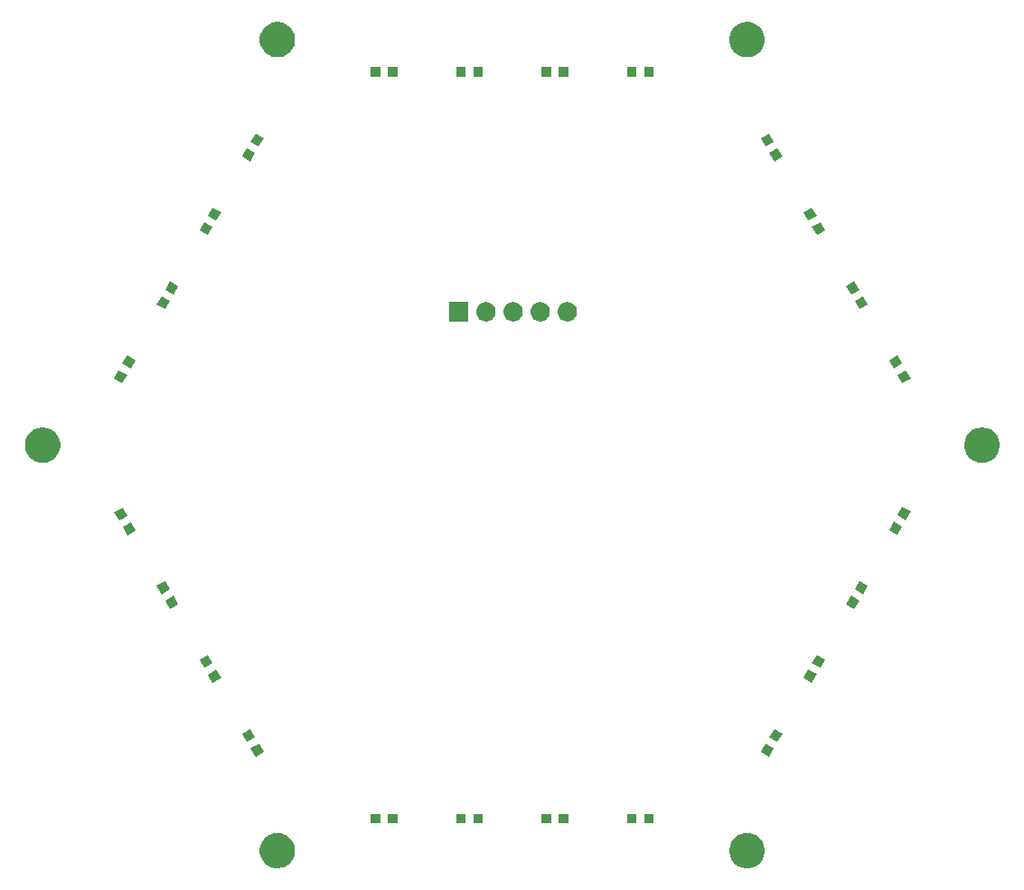
<source format=gts>
G04 #@! TF.GenerationSoftware,KiCad,Pcbnew,(5.0.2)-1*
G04 #@! TF.CreationDate,2020-09-09T23:39:05+09:00*
G04 #@! TF.ProjectId,Tile,54696c65-2e6b-4696-9361-645f70636258,rev?*
G04 #@! TF.SameCoordinates,Original*
G04 #@! TF.FileFunction,Soldermask,Top*
G04 #@! TF.FilePolarity,Negative*
%FSLAX46Y46*%
G04 Gerber Fmt 4.6, Leading zero omitted, Abs format (unit mm)*
G04 Created by KiCad (PCBNEW (5.0.2)-1) date 2020/09/09 23:39:05*
%MOMM*%
%LPD*%
G01*
G04 APERTURE LIST*
%ADD10C,0.100000*%
G04 APERTURE END LIST*
D10*
G36*
X152375256Y-141391298D02*
X152481579Y-141412447D01*
X152782042Y-141536903D01*
X153048852Y-141715180D01*
X153052454Y-141717587D01*
X153282413Y-141947546D01*
X153463098Y-142217960D01*
X153587553Y-142518422D01*
X153651000Y-142837389D01*
X153651000Y-143162611D01*
X153587553Y-143481578D01*
X153463098Y-143782040D01*
X153282413Y-144052454D01*
X153052454Y-144282413D01*
X153052451Y-144282415D01*
X152782042Y-144463097D01*
X152481579Y-144587553D01*
X152375256Y-144608702D01*
X152162611Y-144651000D01*
X151837389Y-144651000D01*
X151624744Y-144608702D01*
X151518421Y-144587553D01*
X151217958Y-144463097D01*
X150947549Y-144282415D01*
X150947546Y-144282413D01*
X150717587Y-144052454D01*
X150536902Y-143782040D01*
X150412447Y-143481578D01*
X150349000Y-143162611D01*
X150349000Y-142837389D01*
X150412447Y-142518422D01*
X150536902Y-142217960D01*
X150717587Y-141947546D01*
X150947546Y-141717587D01*
X150951148Y-141715180D01*
X151217958Y-141536903D01*
X151518421Y-141412447D01*
X151624744Y-141391298D01*
X151837389Y-141349000D01*
X152162611Y-141349000D01*
X152375256Y-141391298D01*
X152375256Y-141391298D01*
G37*
G36*
X108375256Y-141391298D02*
X108481579Y-141412447D01*
X108782042Y-141536903D01*
X109048852Y-141715180D01*
X109052454Y-141717587D01*
X109282413Y-141947546D01*
X109463098Y-142217960D01*
X109587553Y-142518422D01*
X109651000Y-142837389D01*
X109651000Y-143162611D01*
X109587553Y-143481578D01*
X109463098Y-143782040D01*
X109282413Y-144052454D01*
X109052454Y-144282413D01*
X109052451Y-144282415D01*
X108782042Y-144463097D01*
X108481579Y-144587553D01*
X108375256Y-144608702D01*
X108162611Y-144651000D01*
X107837389Y-144651000D01*
X107624744Y-144608702D01*
X107518421Y-144587553D01*
X107217958Y-144463097D01*
X106947549Y-144282415D01*
X106947546Y-144282413D01*
X106717587Y-144052454D01*
X106536902Y-143782040D01*
X106412447Y-143481578D01*
X106349000Y-143162611D01*
X106349000Y-142837389D01*
X106412447Y-142518422D01*
X106536902Y-142217960D01*
X106717587Y-141947546D01*
X106947546Y-141717587D01*
X106951148Y-141715180D01*
X107217958Y-141536903D01*
X107518421Y-141412447D01*
X107624744Y-141391298D01*
X107837389Y-141349000D01*
X108162611Y-141349000D01*
X108375256Y-141391298D01*
X108375256Y-141391298D01*
G37*
G36*
X143251000Y-140451000D02*
X142349000Y-140451000D01*
X142349000Y-139549000D01*
X143251000Y-139549000D01*
X143251000Y-140451000D01*
X143251000Y-140451000D01*
G37*
G36*
X141651000Y-140451000D02*
X140749000Y-140451000D01*
X140749000Y-139549000D01*
X141651000Y-139549000D01*
X141651000Y-140451000D01*
X141651000Y-140451000D01*
G37*
G36*
X125651000Y-140451000D02*
X124749000Y-140451000D01*
X124749000Y-139549000D01*
X125651000Y-139549000D01*
X125651000Y-140451000D01*
X125651000Y-140451000D01*
G37*
G36*
X127251000Y-140451000D02*
X126349000Y-140451000D01*
X126349000Y-139549000D01*
X127251000Y-139549000D01*
X127251000Y-140451000D01*
X127251000Y-140451000D01*
G37*
G36*
X133651000Y-140451000D02*
X132749000Y-140451000D01*
X132749000Y-139549000D01*
X133651000Y-139549000D01*
X133651000Y-140451000D01*
X133651000Y-140451000D01*
G37*
G36*
X119251000Y-140451000D02*
X118349000Y-140451000D01*
X118349000Y-139549000D01*
X119251000Y-139549000D01*
X119251000Y-140451000D01*
X119251000Y-140451000D01*
G37*
G36*
X117651000Y-140451000D02*
X116749000Y-140451000D01*
X116749000Y-139549000D01*
X117651000Y-139549000D01*
X117651000Y-140451000D01*
X117651000Y-140451000D01*
G37*
G36*
X135251000Y-140451000D02*
X134349000Y-140451000D01*
X134349000Y-139549000D01*
X135251000Y-139549000D01*
X135251000Y-140451000D01*
X135251000Y-140451000D01*
G37*
G36*
X106728578Y-133753552D02*
X105947422Y-134204552D01*
X105496422Y-133423396D01*
X106277578Y-132972396D01*
X106728578Y-133753552D01*
X106728578Y-133753552D01*
G37*
G36*
X154516078Y-133420047D02*
X154065078Y-134201203D01*
X153283922Y-133750203D01*
X153734922Y-132969047D01*
X154516078Y-133420047D01*
X154516078Y-133420047D01*
G37*
G36*
X105928578Y-132367912D02*
X105147422Y-132818912D01*
X104696422Y-132037756D01*
X105477578Y-131586756D01*
X105928578Y-132367912D01*
X105928578Y-132367912D01*
G37*
G36*
X155316078Y-132034407D02*
X154865078Y-132815563D01*
X154083922Y-132364563D01*
X154534922Y-131583407D01*
X155316078Y-132034407D01*
X155316078Y-132034407D01*
G37*
G36*
X102728578Y-126825349D02*
X101947422Y-127276349D01*
X101496422Y-126495193D01*
X102277578Y-126044193D01*
X102728578Y-126825349D01*
X102728578Y-126825349D01*
G37*
G36*
X158516078Y-126491844D02*
X158065078Y-127273000D01*
X157283922Y-126822000D01*
X157734922Y-126040844D01*
X158516078Y-126491844D01*
X158516078Y-126491844D01*
G37*
G36*
X101928578Y-125439709D02*
X101147422Y-125890709D01*
X100696422Y-125109553D01*
X101477578Y-124658553D01*
X101928578Y-125439709D01*
X101928578Y-125439709D01*
G37*
G36*
X159316078Y-125106204D02*
X158865078Y-125887360D01*
X158083922Y-125436360D01*
X158534922Y-124655204D01*
X159316078Y-125106204D01*
X159316078Y-125106204D01*
G37*
G36*
X98728578Y-119897146D02*
X97947422Y-120348146D01*
X97496422Y-119566990D01*
X98277578Y-119115990D01*
X98728578Y-119897146D01*
X98728578Y-119897146D01*
G37*
G36*
X162516078Y-119563640D02*
X162065078Y-120344796D01*
X161283922Y-119893796D01*
X161734922Y-119112640D01*
X162516078Y-119563640D01*
X162516078Y-119563640D01*
G37*
G36*
X97928578Y-118511506D02*
X97147422Y-118962506D01*
X96696422Y-118181350D01*
X97477578Y-117730350D01*
X97928578Y-118511506D01*
X97928578Y-118511506D01*
G37*
G36*
X163316078Y-118178000D02*
X162865078Y-118959156D01*
X162083922Y-118508156D01*
X162534922Y-117727000D01*
X163316078Y-118178000D01*
X163316078Y-118178000D01*
G37*
G36*
X94753578Y-113012244D02*
X93972422Y-113463244D01*
X93521422Y-112682088D01*
X94302578Y-112231088D01*
X94753578Y-113012244D01*
X94753578Y-113012244D01*
G37*
G36*
X166516078Y-112635437D02*
X166065078Y-113416593D01*
X165283922Y-112965593D01*
X165734922Y-112184437D01*
X166516078Y-112635437D01*
X166516078Y-112635437D01*
G37*
G36*
X93953578Y-111626604D02*
X93172422Y-112077604D01*
X92721422Y-111296448D01*
X93502578Y-110845448D01*
X93953578Y-111626604D01*
X93953578Y-111626604D01*
G37*
G36*
X167316078Y-111249797D02*
X166865078Y-112030953D01*
X166083922Y-111579953D01*
X166534922Y-110798797D01*
X167316078Y-111249797D01*
X167316078Y-111249797D01*
G37*
G36*
X174375256Y-103391298D02*
X174481579Y-103412447D01*
X174782042Y-103536903D01*
X175048852Y-103715180D01*
X175052454Y-103717587D01*
X175282413Y-103947546D01*
X175463098Y-104217960D01*
X175587553Y-104518422D01*
X175651000Y-104837389D01*
X175651000Y-105162611D01*
X175587553Y-105481578D01*
X175463098Y-105782040D01*
X175282413Y-106052454D01*
X175052454Y-106282413D01*
X175052451Y-106282415D01*
X174782042Y-106463097D01*
X174481579Y-106587553D01*
X174375256Y-106608702D01*
X174162611Y-106651000D01*
X173837389Y-106651000D01*
X173624744Y-106608702D01*
X173518421Y-106587553D01*
X173217958Y-106463097D01*
X172947549Y-106282415D01*
X172947546Y-106282413D01*
X172717587Y-106052454D01*
X172536902Y-105782040D01*
X172412447Y-105481578D01*
X172349000Y-105162611D01*
X172349000Y-104837389D01*
X172412447Y-104518422D01*
X172536902Y-104217960D01*
X172717587Y-103947546D01*
X172947546Y-103717587D01*
X172951148Y-103715180D01*
X173217958Y-103536903D01*
X173518421Y-103412447D01*
X173624744Y-103391298D01*
X173837389Y-103349000D01*
X174162611Y-103349000D01*
X174375256Y-103391298D01*
X174375256Y-103391298D01*
G37*
G36*
X86375256Y-103391298D02*
X86481579Y-103412447D01*
X86782042Y-103536903D01*
X87048852Y-103715180D01*
X87052454Y-103717587D01*
X87282413Y-103947546D01*
X87463098Y-104217960D01*
X87587553Y-104518422D01*
X87651000Y-104837389D01*
X87651000Y-105162611D01*
X87587553Y-105481578D01*
X87463098Y-105782040D01*
X87282413Y-106052454D01*
X87052454Y-106282413D01*
X87052451Y-106282415D01*
X86782042Y-106463097D01*
X86481579Y-106587553D01*
X86375256Y-106608702D01*
X86162611Y-106651000D01*
X85837389Y-106651000D01*
X85624744Y-106608702D01*
X85518421Y-106587553D01*
X85217958Y-106463097D01*
X84947549Y-106282415D01*
X84947546Y-106282413D01*
X84717587Y-106052454D01*
X84536902Y-105782040D01*
X84412447Y-105481578D01*
X84349000Y-105162611D01*
X84349000Y-104837389D01*
X84412447Y-104518422D01*
X84536902Y-104217960D01*
X84717587Y-103947546D01*
X84947546Y-103717587D01*
X84951148Y-103715180D01*
X85217958Y-103536903D01*
X85518421Y-103412447D01*
X85624744Y-103391298D01*
X85837389Y-103349000D01*
X86162611Y-103349000D01*
X86375256Y-103391298D01*
X86375256Y-103391298D01*
G37*
G36*
X167316078Y-98750203D02*
X166534922Y-99201203D01*
X166083922Y-98420047D01*
X166865078Y-97969047D01*
X167316078Y-98750203D01*
X167316078Y-98750203D01*
G37*
G36*
X93916078Y-98420047D02*
X93465078Y-99201203D01*
X92683922Y-98750203D01*
X93134922Y-97969047D01*
X93916078Y-98420047D01*
X93916078Y-98420047D01*
G37*
G36*
X94716078Y-97034407D02*
X94265078Y-97815563D01*
X93483922Y-97364563D01*
X93934922Y-96583407D01*
X94716078Y-97034407D01*
X94716078Y-97034407D01*
G37*
G36*
X166516078Y-97364563D02*
X165734922Y-97815563D01*
X165283922Y-97034407D01*
X166065078Y-96583407D01*
X166516078Y-97364563D01*
X166516078Y-97364563D01*
G37*
G36*
X125901000Y-93401000D02*
X124099000Y-93401000D01*
X124099000Y-91599000D01*
X125901000Y-91599000D01*
X125901000Y-93401000D01*
X125901000Y-93401000D01*
G37*
G36*
X127650442Y-91605518D02*
X127716627Y-91612037D01*
X127829853Y-91646384D01*
X127886467Y-91663557D01*
X128025087Y-91737652D01*
X128042991Y-91747222D01*
X128078729Y-91776552D01*
X128180186Y-91859814D01*
X128263448Y-91961271D01*
X128292778Y-91997009D01*
X128292779Y-91997011D01*
X128376443Y-92153533D01*
X128376443Y-92153534D01*
X128427963Y-92323373D01*
X128445359Y-92500000D01*
X128427963Y-92676627D01*
X128393616Y-92789853D01*
X128376443Y-92846467D01*
X128302348Y-92985087D01*
X128292778Y-93002991D01*
X128263448Y-93038729D01*
X128180186Y-93140186D01*
X128078729Y-93223448D01*
X128042991Y-93252778D01*
X128042989Y-93252779D01*
X127886467Y-93336443D01*
X127829853Y-93353616D01*
X127716627Y-93387963D01*
X127650443Y-93394481D01*
X127584260Y-93401000D01*
X127495740Y-93401000D01*
X127429558Y-93394482D01*
X127363373Y-93387963D01*
X127250147Y-93353616D01*
X127193533Y-93336443D01*
X127037011Y-93252779D01*
X127037009Y-93252778D01*
X127001271Y-93223448D01*
X126899814Y-93140186D01*
X126816552Y-93038729D01*
X126787222Y-93002991D01*
X126777652Y-92985087D01*
X126703557Y-92846467D01*
X126686384Y-92789853D01*
X126652037Y-92676627D01*
X126634641Y-92500000D01*
X126652037Y-92323373D01*
X126703557Y-92153534D01*
X126703557Y-92153533D01*
X126787221Y-91997011D01*
X126787222Y-91997009D01*
X126816552Y-91961271D01*
X126899814Y-91859814D01*
X127001271Y-91776552D01*
X127037009Y-91747222D01*
X127054913Y-91737652D01*
X127193533Y-91663557D01*
X127250147Y-91646384D01*
X127363373Y-91612037D01*
X127429558Y-91605518D01*
X127495740Y-91599000D01*
X127584260Y-91599000D01*
X127650442Y-91605518D01*
X127650442Y-91605518D01*
G37*
G36*
X135270442Y-91605518D02*
X135336627Y-91612037D01*
X135449853Y-91646384D01*
X135506467Y-91663557D01*
X135645087Y-91737652D01*
X135662991Y-91747222D01*
X135698729Y-91776552D01*
X135800186Y-91859814D01*
X135883448Y-91961271D01*
X135912778Y-91997009D01*
X135912779Y-91997011D01*
X135996443Y-92153533D01*
X135996443Y-92153534D01*
X136047963Y-92323373D01*
X136065359Y-92500000D01*
X136047963Y-92676627D01*
X136013616Y-92789853D01*
X135996443Y-92846467D01*
X135922348Y-92985087D01*
X135912778Y-93002991D01*
X135883448Y-93038729D01*
X135800186Y-93140186D01*
X135698729Y-93223448D01*
X135662991Y-93252778D01*
X135662989Y-93252779D01*
X135506467Y-93336443D01*
X135449853Y-93353616D01*
X135336627Y-93387963D01*
X135270443Y-93394481D01*
X135204260Y-93401000D01*
X135115740Y-93401000D01*
X135049558Y-93394482D01*
X134983373Y-93387963D01*
X134870147Y-93353616D01*
X134813533Y-93336443D01*
X134657011Y-93252779D01*
X134657009Y-93252778D01*
X134621271Y-93223448D01*
X134519814Y-93140186D01*
X134436552Y-93038729D01*
X134407222Y-93002991D01*
X134397652Y-92985087D01*
X134323557Y-92846467D01*
X134306384Y-92789853D01*
X134272037Y-92676627D01*
X134254641Y-92500000D01*
X134272037Y-92323373D01*
X134323557Y-92153534D01*
X134323557Y-92153533D01*
X134407221Y-91997011D01*
X134407222Y-91997009D01*
X134436552Y-91961271D01*
X134519814Y-91859814D01*
X134621271Y-91776552D01*
X134657009Y-91747222D01*
X134674913Y-91737652D01*
X134813533Y-91663557D01*
X134870147Y-91646384D01*
X134983373Y-91612037D01*
X135049558Y-91605518D01*
X135115740Y-91599000D01*
X135204260Y-91599000D01*
X135270442Y-91605518D01*
X135270442Y-91605518D01*
G37*
G36*
X130190442Y-91605518D02*
X130256627Y-91612037D01*
X130369853Y-91646384D01*
X130426467Y-91663557D01*
X130565087Y-91737652D01*
X130582991Y-91747222D01*
X130618729Y-91776552D01*
X130720186Y-91859814D01*
X130803448Y-91961271D01*
X130832778Y-91997009D01*
X130832779Y-91997011D01*
X130916443Y-92153533D01*
X130916443Y-92153534D01*
X130967963Y-92323373D01*
X130985359Y-92500000D01*
X130967963Y-92676627D01*
X130933616Y-92789853D01*
X130916443Y-92846467D01*
X130842348Y-92985087D01*
X130832778Y-93002991D01*
X130803448Y-93038729D01*
X130720186Y-93140186D01*
X130618729Y-93223448D01*
X130582991Y-93252778D01*
X130582989Y-93252779D01*
X130426467Y-93336443D01*
X130369853Y-93353616D01*
X130256627Y-93387963D01*
X130190443Y-93394481D01*
X130124260Y-93401000D01*
X130035740Y-93401000D01*
X129969558Y-93394482D01*
X129903373Y-93387963D01*
X129790147Y-93353616D01*
X129733533Y-93336443D01*
X129577011Y-93252779D01*
X129577009Y-93252778D01*
X129541271Y-93223448D01*
X129439814Y-93140186D01*
X129356552Y-93038729D01*
X129327222Y-93002991D01*
X129317652Y-92985087D01*
X129243557Y-92846467D01*
X129226384Y-92789853D01*
X129192037Y-92676627D01*
X129174641Y-92500000D01*
X129192037Y-92323373D01*
X129243557Y-92153534D01*
X129243557Y-92153533D01*
X129327221Y-91997011D01*
X129327222Y-91997009D01*
X129356552Y-91961271D01*
X129439814Y-91859814D01*
X129541271Y-91776552D01*
X129577009Y-91747222D01*
X129594913Y-91737652D01*
X129733533Y-91663557D01*
X129790147Y-91646384D01*
X129903373Y-91612037D01*
X129969558Y-91605518D01*
X130035740Y-91599000D01*
X130124260Y-91599000D01*
X130190442Y-91605518D01*
X130190442Y-91605518D01*
G37*
G36*
X132730442Y-91605518D02*
X132796627Y-91612037D01*
X132909853Y-91646384D01*
X132966467Y-91663557D01*
X133105087Y-91737652D01*
X133122991Y-91747222D01*
X133158729Y-91776552D01*
X133260186Y-91859814D01*
X133343448Y-91961271D01*
X133372778Y-91997009D01*
X133372779Y-91997011D01*
X133456443Y-92153533D01*
X133456443Y-92153534D01*
X133507963Y-92323373D01*
X133525359Y-92500000D01*
X133507963Y-92676627D01*
X133473616Y-92789853D01*
X133456443Y-92846467D01*
X133382348Y-92985087D01*
X133372778Y-93002991D01*
X133343448Y-93038729D01*
X133260186Y-93140186D01*
X133158729Y-93223448D01*
X133122991Y-93252778D01*
X133122989Y-93252779D01*
X132966467Y-93336443D01*
X132909853Y-93353616D01*
X132796627Y-93387963D01*
X132730443Y-93394481D01*
X132664260Y-93401000D01*
X132575740Y-93401000D01*
X132509558Y-93394482D01*
X132443373Y-93387963D01*
X132330147Y-93353616D01*
X132273533Y-93336443D01*
X132117011Y-93252779D01*
X132117009Y-93252778D01*
X132081271Y-93223448D01*
X131979814Y-93140186D01*
X131896552Y-93038729D01*
X131867222Y-93002991D01*
X131857652Y-92985087D01*
X131783557Y-92846467D01*
X131766384Y-92789853D01*
X131732037Y-92676627D01*
X131714641Y-92500000D01*
X131732037Y-92323373D01*
X131783557Y-92153534D01*
X131783557Y-92153533D01*
X131867221Y-91997011D01*
X131867222Y-91997009D01*
X131896552Y-91961271D01*
X131979814Y-91859814D01*
X132081271Y-91776552D01*
X132117009Y-91747222D01*
X132134913Y-91737652D01*
X132273533Y-91663557D01*
X132330147Y-91646384D01*
X132443373Y-91612037D01*
X132509558Y-91605518D01*
X132575740Y-91599000D01*
X132664260Y-91599000D01*
X132730442Y-91605518D01*
X132730442Y-91605518D01*
G37*
G36*
X97916078Y-91491844D02*
X97465078Y-92273000D01*
X96683922Y-91822000D01*
X97134922Y-91040844D01*
X97916078Y-91491844D01*
X97916078Y-91491844D01*
G37*
G36*
X163316078Y-91822000D02*
X162534922Y-92273000D01*
X162083922Y-91491844D01*
X162865078Y-91040844D01*
X163316078Y-91822000D01*
X163316078Y-91822000D01*
G37*
G36*
X162516078Y-90436360D02*
X161734922Y-90887360D01*
X161283922Y-90106204D01*
X162065078Y-89655204D01*
X162516078Y-90436360D01*
X162516078Y-90436360D01*
G37*
G36*
X98716078Y-90106204D02*
X98265078Y-90887360D01*
X97483922Y-90436360D01*
X97934922Y-89655204D01*
X98716078Y-90106204D01*
X98716078Y-90106204D01*
G37*
G36*
X101916078Y-84563640D02*
X101465078Y-85344796D01*
X100683922Y-84893796D01*
X101134922Y-84112640D01*
X101916078Y-84563640D01*
X101916078Y-84563640D01*
G37*
G36*
X159316078Y-84893796D02*
X158534922Y-85344796D01*
X158083922Y-84563640D01*
X158865078Y-84112640D01*
X159316078Y-84893796D01*
X159316078Y-84893796D01*
G37*
G36*
X102716078Y-83178000D02*
X102265078Y-83959156D01*
X101483922Y-83508156D01*
X101934922Y-82727000D01*
X102716078Y-83178000D01*
X102716078Y-83178000D01*
G37*
G36*
X158516078Y-83508156D02*
X157734922Y-83959156D01*
X157283922Y-83178000D01*
X158065078Y-82727000D01*
X158516078Y-83508156D01*
X158516078Y-83508156D01*
G37*
G36*
X155316078Y-77965593D02*
X154534922Y-78416593D01*
X154083922Y-77635437D01*
X154865078Y-77184437D01*
X155316078Y-77965593D01*
X155316078Y-77965593D01*
G37*
G36*
X105916078Y-77635437D02*
X105465078Y-78416593D01*
X104683922Y-77965593D01*
X105134922Y-77184437D01*
X105916078Y-77635437D01*
X105916078Y-77635437D01*
G37*
G36*
X154516078Y-76579953D02*
X153734922Y-77030953D01*
X153283922Y-76249797D01*
X154065078Y-75798797D01*
X154516078Y-76579953D01*
X154516078Y-76579953D01*
G37*
G36*
X106716078Y-76249797D02*
X106265078Y-77030953D01*
X105483922Y-76579953D01*
X105934922Y-75798797D01*
X106716078Y-76249797D01*
X106716078Y-76249797D01*
G37*
G36*
X117651000Y-70451000D02*
X116749000Y-70451000D01*
X116749000Y-69549000D01*
X117651000Y-69549000D01*
X117651000Y-70451000D01*
X117651000Y-70451000D01*
G37*
G36*
X143251000Y-70451000D02*
X142349000Y-70451000D01*
X142349000Y-69549000D01*
X143251000Y-69549000D01*
X143251000Y-70451000D01*
X143251000Y-70451000D01*
G37*
G36*
X125651000Y-70451000D02*
X124749000Y-70451000D01*
X124749000Y-69549000D01*
X125651000Y-69549000D01*
X125651000Y-70451000D01*
X125651000Y-70451000D01*
G37*
G36*
X119251000Y-70451000D02*
X118349000Y-70451000D01*
X118349000Y-69549000D01*
X119251000Y-69549000D01*
X119251000Y-70451000D01*
X119251000Y-70451000D01*
G37*
G36*
X127251000Y-70451000D02*
X126349000Y-70451000D01*
X126349000Y-69549000D01*
X127251000Y-69549000D01*
X127251000Y-70451000D01*
X127251000Y-70451000D01*
G37*
G36*
X141651000Y-70451000D02*
X140749000Y-70451000D01*
X140749000Y-69549000D01*
X141651000Y-69549000D01*
X141651000Y-70451000D01*
X141651000Y-70451000D01*
G37*
G36*
X133651000Y-70451000D02*
X132749000Y-70451000D01*
X132749000Y-69549000D01*
X133651000Y-69549000D01*
X133651000Y-70451000D01*
X133651000Y-70451000D01*
G37*
G36*
X135251000Y-70451000D02*
X134349000Y-70451000D01*
X134349000Y-69549000D01*
X135251000Y-69549000D01*
X135251000Y-70451000D01*
X135251000Y-70451000D01*
G37*
G36*
X152375256Y-65391298D02*
X152481579Y-65412447D01*
X152782042Y-65536903D01*
X153048852Y-65715180D01*
X153052454Y-65717587D01*
X153282413Y-65947546D01*
X153463098Y-66217960D01*
X153587553Y-66518422D01*
X153651000Y-66837389D01*
X153651000Y-67162611D01*
X153587553Y-67481578D01*
X153463098Y-67782040D01*
X153282413Y-68052454D01*
X153052454Y-68282413D01*
X153052451Y-68282415D01*
X152782042Y-68463097D01*
X152481579Y-68587553D01*
X152375256Y-68608702D01*
X152162611Y-68651000D01*
X151837389Y-68651000D01*
X151624744Y-68608702D01*
X151518421Y-68587553D01*
X151217958Y-68463097D01*
X150947549Y-68282415D01*
X150947546Y-68282413D01*
X150717587Y-68052454D01*
X150536902Y-67782040D01*
X150412447Y-67481578D01*
X150349000Y-67162611D01*
X150349000Y-66837389D01*
X150412447Y-66518422D01*
X150536902Y-66217960D01*
X150717587Y-65947546D01*
X150947546Y-65717587D01*
X150951148Y-65715180D01*
X151217958Y-65536903D01*
X151518421Y-65412447D01*
X151624744Y-65391298D01*
X151837389Y-65349000D01*
X152162611Y-65349000D01*
X152375256Y-65391298D01*
X152375256Y-65391298D01*
G37*
G36*
X108375256Y-65391298D02*
X108481579Y-65412447D01*
X108782042Y-65536903D01*
X109048852Y-65715180D01*
X109052454Y-65717587D01*
X109282413Y-65947546D01*
X109463098Y-66217960D01*
X109587553Y-66518422D01*
X109651000Y-66837389D01*
X109651000Y-67162611D01*
X109587553Y-67481578D01*
X109463098Y-67782040D01*
X109282413Y-68052454D01*
X109052454Y-68282413D01*
X109052451Y-68282415D01*
X108782042Y-68463097D01*
X108481579Y-68587553D01*
X108375256Y-68608702D01*
X108162611Y-68651000D01*
X107837389Y-68651000D01*
X107624744Y-68608702D01*
X107518421Y-68587553D01*
X107217958Y-68463097D01*
X106947549Y-68282415D01*
X106947546Y-68282413D01*
X106717587Y-68052454D01*
X106536902Y-67782040D01*
X106412447Y-67481578D01*
X106349000Y-67162611D01*
X106349000Y-66837389D01*
X106412447Y-66518422D01*
X106536902Y-66217960D01*
X106717587Y-65947546D01*
X106947546Y-65717587D01*
X106951148Y-65715180D01*
X107217958Y-65536903D01*
X107518421Y-65412447D01*
X107624744Y-65391298D01*
X107837389Y-65349000D01*
X108162611Y-65349000D01*
X108375256Y-65391298D01*
X108375256Y-65391298D01*
G37*
M02*

</source>
